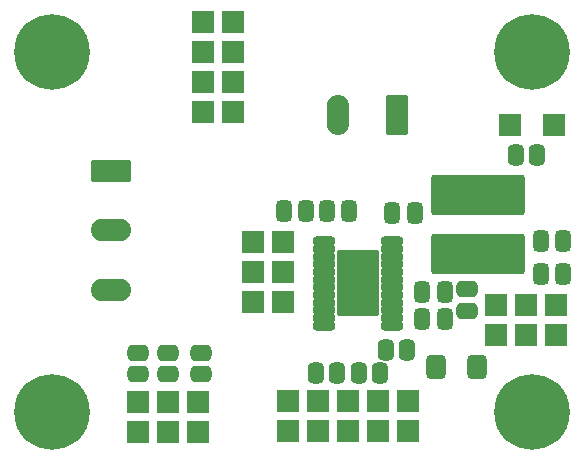
<source format=gbr>
%TF.GenerationSoftware,KiCad,Pcbnew,7.0.5.1-1-g8f565ef7f0-dirty-deb11*%
%TF.CreationDate,2023-07-05T01:03:15+00:00*%
%TF.ProjectId,DRV10987V01,44525631-3039-4383-9756-30312e6b6963,01A*%
%TF.SameCoordinates,Original*%
%TF.FileFunction,Soldermask,Bot*%
%TF.FilePolarity,Negative*%
%FSLAX46Y46*%
G04 Gerber Fmt 4.6, Leading zero omitted, Abs format (unit mm)*
G04 Created by KiCad (PCBNEW 7.0.5.1-1-g8f565ef7f0-dirty-deb11) date 2023-07-05 01:03:15*
%MOMM*%
%LPD*%
G01*
G04 APERTURE LIST*
G04 Aperture macros list*
%AMRoundRect*
0 Rectangle with rounded corners*
0 $1 Rounding radius*
0 $2 $3 $4 $5 $6 $7 $8 $9 X,Y pos of 4 corners*
0 Add a 4 corners polygon primitive as box body*
4,1,4,$2,$3,$4,$5,$6,$7,$8,$9,$2,$3,0*
0 Add four circle primitives for the rounded corners*
1,1,$1+$1,$2,$3*
1,1,$1+$1,$4,$5*
1,1,$1+$1,$6,$7*
1,1,$1+$1,$8,$9*
0 Add four rect primitives between the rounded corners*
20,1,$1+$1,$2,$3,$4,$5,0*
20,1,$1+$1,$4,$5,$6,$7,0*
20,1,$1+$1,$6,$7,$8,$9,0*
20,1,$1+$1,$8,$9,$2,$3,0*%
G04 Aperture macros list end*
%ADD10C,6.400000*%
%ADD11RoundRect,0.200000X0.750000X1.500000X-0.750000X1.500000X-0.750000X-1.500000X0.750000X-1.500000X0*%
%ADD12O,1.900000X3.400000*%
%ADD13RoundRect,0.200000X0.762000X-0.762000X0.762000X0.762000X-0.762000X0.762000X-0.762000X-0.762000X0*%
%ADD14RoundRect,0.200000X-1.500000X0.750000X-1.500000X-0.750000X1.500000X-0.750000X1.500000X0.750000X0*%
%ADD15O,3.400000X1.900000*%
%ADD16RoundRect,0.200000X0.762000X0.762000X-0.762000X0.762000X-0.762000X-0.762000X0.762000X-0.762000X0*%
%ADD17RoundRect,0.200000X-0.762000X-0.762000X0.762000X-0.762000X0.762000X0.762000X-0.762000X0.762000X0*%
%ADD18RoundRect,0.450000X0.250000X0.475000X-0.250000X0.475000X-0.250000X-0.475000X0.250000X-0.475000X0*%
%ADD19RoundRect,0.450000X-0.262500X-0.450000X0.262500X-0.450000X0.262500X0.450000X-0.262500X0.450000X0*%
%ADD20RoundRect,0.450000X-0.250000X-0.475000X0.250000X-0.475000X0.250000X0.475000X-0.250000X0.475000X0*%
%ADD21RoundRect,0.450000X0.400000X0.600000X-0.400000X0.600000X-0.400000X-0.600000X0.400000X-0.600000X0*%
%ADD22RoundRect,0.200000X0.750000X0.750000X-0.750000X0.750000X-0.750000X-0.750000X0.750000X-0.750000X0*%
%ADD23RoundRect,0.200000X-0.750000X-0.750000X0.750000X-0.750000X0.750000X0.750000X-0.750000X0.750000X0*%
%ADD24RoundRect,0.450000X-0.450000X0.262500X-0.450000X-0.262500X0.450000X-0.262500X0.450000X0.262500X0*%
%ADD25RoundRect,0.450000X0.262500X0.450000X-0.262500X0.450000X-0.262500X-0.450000X0.262500X-0.450000X0*%
%ADD26RoundRect,0.450000X0.475000X-0.250000X0.475000X0.250000X-0.475000X0.250000X-0.475000X-0.250000X0*%
%ADD27RoundRect,0.200000X3.750000X-1.500000X3.750000X1.500000X-3.750000X1.500000X-3.750000X-1.500000X0*%
%ADD28RoundRect,0.300000X0.637500X0.100000X-0.637500X0.100000X-0.637500X-0.100000X0.637500X-0.100000X0*%
%ADD29C,0.700000*%
%ADD30RoundRect,0.300000X1.500000X2.530000X-1.500000X2.530000X-1.500000X-2.530000X1.500000X-2.530000X0*%
G04 APERTURE END LIST*
D10*
%TO.C,M2*%
X7400000Y40640000D03*
%TD*%
D11*
%TO.C,J11*%
X36650000Y35350000D03*
D12*
X31650000Y35350000D03*
%TD*%
D10*
%TO.C,M4*%
X7400000Y10160000D03*
%TD*%
D13*
%TO.C,J10*%
X44975000Y16700000D03*
X44975000Y19240000D03*
X47515000Y16700000D03*
X47515000Y19240000D03*
X50055000Y16700000D03*
X50055000Y19240000D03*
%TD*%
D10*
%TO.C,M3*%
X48040000Y10160000D03*
%TD*%
D13*
%TO.C,J2*%
X27400000Y8536250D03*
X27400000Y11076250D03*
X29940000Y8536250D03*
X29940000Y11076250D03*
X32480000Y8536250D03*
X32480000Y11076250D03*
X35020000Y8536250D03*
X35020000Y11076250D03*
X37560000Y8536250D03*
X37560000Y11076250D03*
%TD*%
D10*
%TO.C,M1*%
X48040000Y40640000D03*
%TD*%
D13*
%TO.C,J5*%
X14720000Y8525000D03*
X14720000Y11065000D03*
X17260000Y8525000D03*
X17260000Y11065000D03*
X19800000Y8525000D03*
X19800000Y11065000D03*
%TD*%
D14*
%TO.C,J12*%
X12425000Y30550000D03*
D15*
X12425000Y25550000D03*
X12425000Y20550000D03*
%TD*%
D16*
%TO.C,J6*%
X26965000Y19500000D03*
X24425000Y19500000D03*
X26965000Y22040000D03*
X24425000Y22040000D03*
X26965000Y24580000D03*
X24425000Y24580000D03*
%TD*%
D17*
%TO.C,J3*%
X20200000Y43180000D03*
X22740000Y43180000D03*
X20200000Y40640000D03*
X22740000Y40640000D03*
X20200000Y38100000D03*
X22740000Y38100000D03*
X20200000Y35560000D03*
X22740000Y35560000D03*
%TD*%
D18*
%TO.C,C5*%
X40670000Y20360000D03*
X38770000Y20360000D03*
%TD*%
D19*
%TO.C,R7*%
X35675000Y15400000D03*
X37500000Y15400000D03*
%TD*%
D20*
%TO.C,C7*%
X48783200Y21844000D03*
X50683200Y21844000D03*
%TD*%
D21*
%TO.C,D1*%
X43406000Y13970000D03*
X39906000Y13970000D03*
%TD*%
D22*
%TO.C,D2*%
X49920000Y34500000D03*
D23*
X46160000Y34500000D03*
%TD*%
D20*
%TO.C,C6*%
X27040800Y27200000D03*
X28940800Y27200000D03*
%TD*%
D24*
%TO.C,R5*%
X17250000Y15200000D03*
X17250000Y13375000D03*
%TD*%
D19*
%TO.C,R6*%
X46700000Y31900000D03*
X48525000Y31900000D03*
%TD*%
D25*
%TO.C,R2*%
X31575000Y13450000D03*
X29750000Y13450000D03*
%TD*%
D24*
%TO.C,R3*%
X20025000Y15200000D03*
X20025000Y13375000D03*
%TD*%
D26*
%TO.C,C1*%
X42525000Y18700000D03*
X42525000Y20600000D03*
%TD*%
D18*
%TO.C,C4*%
X40670000Y18060000D03*
X38770000Y18060000D03*
%TD*%
D20*
%TO.C,C8*%
X48783200Y24638000D03*
X50683200Y24638000D03*
%TD*%
D27*
%TO.C,L1*%
X43525000Y23550000D03*
X43525000Y28550000D03*
%TD*%
D18*
%TO.C,C3*%
X32570000Y27215000D03*
X30670000Y27215000D03*
%TD*%
D28*
%TO.C,IC1*%
X36170000Y24635000D03*
X36170000Y23985000D03*
X36170000Y23335000D03*
X36170000Y22685000D03*
X36170000Y22035000D03*
X36170000Y21385000D03*
X36170000Y20735000D03*
X36170000Y20085000D03*
X36170000Y19435000D03*
X36170000Y18785000D03*
X36170000Y18135000D03*
X36170000Y17485000D03*
X30445000Y17485000D03*
X30445000Y18135000D03*
X30445000Y18785000D03*
X30445000Y19435000D03*
X30445000Y20085000D03*
X30445000Y20735000D03*
X30445000Y21385000D03*
X30445000Y22035000D03*
X30445000Y22685000D03*
X30445000Y23335000D03*
X30445000Y23985000D03*
X30445000Y24635000D03*
D29*
X34507500Y18660000D03*
X34507500Y19860000D03*
X34507500Y21060000D03*
X34507500Y22260000D03*
X34507500Y23460000D03*
X33307500Y18660000D03*
X33307500Y19860000D03*
X33307500Y21060000D03*
D30*
X33307500Y21060000D03*
D29*
X33307500Y22260000D03*
X32107500Y18660000D03*
X32107500Y19860000D03*
X32107500Y21060000D03*
X32107500Y22260000D03*
X32107500Y23460000D03*
%TD*%
D24*
%TO.C,R4*%
X14675000Y15200000D03*
X14675000Y13375000D03*
%TD*%
D19*
%TO.C,R1*%
X33375000Y13450000D03*
X35200000Y13450000D03*
%TD*%
D18*
%TO.C,C2*%
X38150000Y27050000D03*
X36250000Y27050000D03*
%TD*%
M02*

</source>
